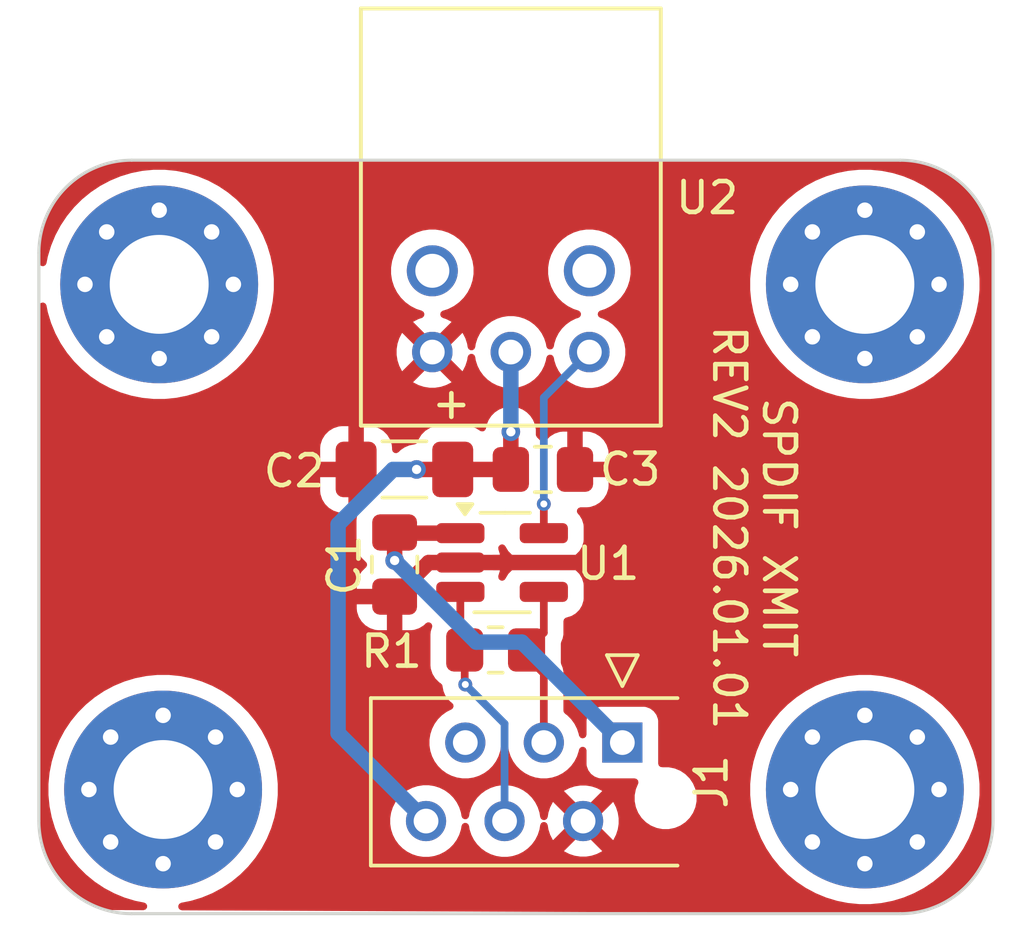
<source format=kicad_pcb>
(kicad_pcb (version 20241229) (generator "pcbnew") (generator_version "9.0")
  (layers (0 "F.Cu" signal) (2 "B.Cu" signal) (13 "F.Paste" user) (15 "B.Paste" user) (5 "F.SilkS" user "F.Silkscreen") (7 "B.SilkS" user "B.Silkscreen") (1 "F.Mask" user) (3 "B.Mask" user) (25 "Edge.Cuts" user))
  (net 0 "")
  (net 1 "GND")
  (net 2 "+5V")
  (net 3 "+3V3")
  (net 4 "/SPDIF+")
  (net 5 "/SPDIF-")
  (net 7 "Net-(U1-ROUT)")
  (footprint "Package_TO_SOT_SMD:SOT-23-5_HandSoldering" (layer "F.Cu") (at 154.0472 127.066)
    (property "Reference" "U1" (at 3.4328 0.0356 0) (layer "F.SilkS"))
    (property "Value" "FIN1002")
    (fp_line (start -0.9 1.61) (end 0.9 1.61) (stroke (width 0.12)) (layer "F.SilkS"))
    (fp_line (start 0.1 -1.61) (end -0.7 -1.61) (stroke (width 0.12)) (layer "F.SilkS"))
    (fp_line (start 0.1 -1.61) (end 0.9 -1.61) (stroke (width 0.12)) (layer "F.SilkS"))
    (fp_poly (pts (xy -1.2 -1.56) (xy -1.44 -1.89) (xy -0.96 -1.89) (xy -1.2 -1.56)) (stroke (width 0.12)) (fill yes) (layer "F.SilkS"))
    (pad "1" smd roundrect (at -1.35 -0.95) (size 1.56 0.65) (layers "F.Cu" "F.Mask" "F.Paste") (net 3 "+3V3"))
    (pad "2" smd roundrect (at -1.35 0) (size 1.56 0.65) (layers "F.Cu" "F.Mask" "F.Paste") (net 1 "GND"))
    (pad "3" smd roundrect (at -1.35 0.95) (size 1.56 0.65) (layers "F.Cu" "F.Mask" "F.Paste") (net 4 "/SPDIF+"))
    (pad "4" smd roundrect (at 1.35 0.95) (size 1.56 0.65) (layers "F.Cu" "F.Mask" "F.Paste") (net 5 "/SPDIF-"))
    (pad "5" smd roundrect (at 1.35 -0.95) (size 1.56 0.65) (layers "F.Cu" "F.Mask" "F.Paste") (net 7 "Net-(U1-ROUT)"))
  )
  (footprint "Connector_TE-Connectivity:TE_Micro-MaTch_215079-6_2x03_P1.27mm_Vertical" (layer "F.Cu") (at 157.9372 132.8928 -90)
    (property "Reference" "J1" (at 1.27 -2.88 90) (layer "F.SilkS"))
    (property "Value" "TE MicroMatch")
    (fp_line (start -1.44 8.135) (end 3.98 8.135) (stroke (width 0.12)) (layer "F.SilkS"))
    (fp_line (start 3.98 8.135) (end 3.98 -1.785) (stroke (width 0.12)) (layer "F.SilkS"))
    (fp_line (start -2.83 0.5) (end -2.83 -0.5) (stroke (width 0.12)) (layer "F.SilkS"))
    (fp_line (start -1.83 0) (end -2.83 0.5) (stroke (width 0.12)) (layer "F.SilkS"))
    (fp_line (start -2.83 -0.5) (end -1.83 0) (stroke (width 0.12)) (layer "F.SilkS"))
    (fp_line (start -1.44 -1.785) (end -1.44 8.135) (stroke (width 0.12)) (layer "F.SilkS"))
    (pad "" np_thru_hole circle (at 1.8 -1.4 270) (size 1.5 1.5) (drill 1.5) (layers "*.Cu" "*.Mask"))
    (pad "1" thru_hole rect (at 0 0 270) (size 1.3 1.3) (drill 0.8) (layers "*.Cu" "*.Mask") (net 3 "+3V3"))
    (pad "2" thru_hole circle (at 2.54 1.27 270) (size 1.3 1.3) (drill 0.8) (layers "*.Cu" "*.Mask") (net 1 "GND"))
    (pad "3" thru_hole circle (at 0 2.54 270) (size 1.3 1.3) (drill 0.8) (layers "*.Cu" "*.Mask") (net 5 "/SPDIF-"))
    (pad "4" thru_hole circle (at 2.54 3.81 270) (size 1.3 1.3) (drill 0.8) (layers "*.Cu" "*.Mask") (net 4 "/SPDIF+"))
    (pad "5" thru_hole circle (at 0 5.08 270) (size 1.3 1.3) (drill 0.8) (layers "*.Cu" "*.Mask"))
    (pad "6" thru_hole circle (at 2.54 6.35 270) (size 1.3 1.3) (drill 0.8) (layers "*.Cu" "*.Mask") (net 2 "+5V"))
  )
  (footprint "kicad-snk:PLR135-T10_PLT133-T10W" (layer "F.Cu") (at 154.3304 117.6248)
    (property "Reference" "U2" (at 6.35 -2.3596 0) (layer "F.SilkS"))
    (property "Value" "PLT237/T10WH")
    (fp_line (start -4.85 -8.49) (end -4.85 5.01) (stroke (width 0.127)) (layer "F.SilkS"))
    (fp_line (start 4.85 -8.49) (end -4.85 -8.49) (stroke (width 0.127)) (layer "F.SilkS"))
    (fp_line (start 4.85 -8.49) (end 4.85 5.01) (stroke (width 0.127)) (layer "F.SilkS"))
    (fp_line (start 4.85 5.01) (end -4.85 5.01) (stroke (width 0.127)) (layer "F.SilkS"))
    (pad "1" thru_hole circle (at 2.54 2.63) (size 1.308 1.308) (drill 0.8) (layers "*.Cu" "*.Mask") (net 7 "Net-(U1-ROUT)"))
    (pad "2" thru_hole circle (at 0 2.63) (size 1.308 1.308) (drill 0.8) (layers "*.Cu" "*.Mask") (net 2 "+5V"))
    (pad "3" thru_hole circle (at -2.54 2.63) (size 1.308 1.308) (drill 0.8) (layers "*.Cu" "*.Mask") (net 1 "GND"))
    (pad "NC1" thru_hole circle (at 2.54 0) (size 1.65 1.65) (drill 1.1) (layers "*.Cu" "*.Mask"))
    (pad "NC2" thru_hole circle (at -2.54 0) (size 1.65 1.65) (drill 1.1) (layers "*.Cu" "*.Mask"))
  )
  (footprint "Capacitor_SMD:C_0805_2012Metric_Pad1.18x1.45mm_HandSolder" (layer "F.Cu") (at 155.3679 124.0536)
    (property "Reference" "C3" (at 2.8233 0 0) (layer "F.SilkS"))
    (property "Value" "1uF/50V")
    (fp_line (start -0.261252 -0.735) (end 0.261252 -0.735) (stroke (width 0.12)) (layer "F.SilkS"))
    (fp_line (start -0.261252 0.735) (end 0.261252 0.735) (stroke (width 0.12)) (layer "F.SilkS"))
    (pad "1" smd roundrect (at -1.0375 0) (size 1.175 1.45) (layers "F.Cu" "F.Mask" "F.Paste") (roundrect_rratio 0.212766) (net 2 "+5V"))
    (pad "2" smd roundrect (at 1.0375 0) (size 1.175 1.45) (layers "F.Cu" "F.Mask" "F.Paste") (roundrect_rratio 0.212766) (net 1 "GND"))
  )
  (footprint "MountingHole:MountingHole_3.2mm_M3_Pad_Via" (layer "F.Cu") (at 143.082944 134.412056)
    (property "Reference" "H3" (hide yes))
    (property "Value" "MountingHole")
    (pad "1" thru_hole circle (at -2.4 0) (size 0.8 0.8) (drill 0.5) (layers "*.Cu" "*.Mask"))
    (pad "1" thru_hole circle (at -1.697056 -1.697056) (size 0.8 0.8) (drill 0.5) (layers "*.Cu" "*.Mask"))
    (pad "1" thru_hole circle (at -1.697056 1.697056) (size 0.8 0.8) (drill 0.5) (layers "*.Cu" "*.Mask"))
    (pad "1" thru_hole circle (at 0 -2.4) (size 0.8 0.8) (drill 0.5) (layers "*.Cu" "*.Mask"))
    (pad "1" thru_hole circle (at 0 0) (size 6.4 6.4) (drill 3.2) (layers "*.Cu" "*.Mask"))
    (pad "1" thru_hole circle (at 0 2.4) (size 0.8 0.8) (drill 0.5) (layers "*.Cu" "*.Mask"))
    (pad "1" thru_hole circle (at 1.697056 -1.697056) (size 0.8 0.8) (drill 0.5) (layers "*.Cu" "*.Mask"))
    (pad "1" thru_hole circle (at 1.697056 1.697056) (size 0.8 0.8) (drill 0.5) (layers "*.Cu" "*.Mask"))
    (pad "1" thru_hole circle (at 2.4 0) (size 0.8 0.8) (drill 0.5) (layers "*.Cu" "*.Mask"))
  )
  (footprint "Resistor_SMD:R_0805_2012Metric_Pad1.20x1.40mm_HandSolder" (layer "F.Cu") (at 153.8384 129.8956 180)
    (property "Reference" "R1" (at 3.3688 -0.0508 0) (layer "F.SilkS"))
    (property "Value" "100R")
    (fp_line (start -0.227064 0.735) (end 0.227064 0.735) (stroke (width 0.12)) (layer "F.SilkS"))
    (fp_line (start -0.227064 -0.735) (end 0.227064 -0.735) (stroke (width 0.12)) (layer "F.SilkS"))
    (pad "1" smd roundrect (at -1 0 180) (size 1.2 1.4) (layers "F.Cu" "F.Mask" "F.Paste") (roundrect_rratio 0.208333) (net 5 "/SPDIF-"))
    (pad "2" smd roundrect (at 1 0 180) (size 1.2 1.4) (layers "F.Cu" "F.Mask" "F.Paste") (roundrect_rratio 0.208333) (net 4 "/SPDIF+"))
  )
  (footprint "MountingHole:MountingHole_3.2mm_M3_Pad_Via" (layer "F.Cu") (at 165.781056 118.063944)
    (property "Reference" "H2" (hide yes))
    (property "Value" "MountingHole")
    (pad "1" thru_hole circle (at -2.4 0) (size 0.8 0.8) (drill 0.5) (layers "*.Cu" "*.Mask"))
    (pad "1" thru_hole circle (at -1.697056 -1.697056) (size 0.8 0.8) (drill 0.5) (layers "*.Cu" "*.Mask"))
    (pad "1" thru_hole circle (at -1.697056 1.697056) (size 0.8 0.8) (drill 0.5) (layers "*.Cu" "*.Mask"))
    (pad "1" thru_hole circle (at 0 -2.4) (size 0.8 0.8) (drill 0.5) (layers "*.Cu" "*.Mask"))
    (pad "1" thru_hole circle (at 0 0) (size 6.4 6.4) (drill 3.2) (layers "*.Cu" "*.Mask"))
    (pad "1" thru_hole circle (at 0 2.4) (size 0.8 0.8) (drill 0.5) (layers "*.Cu" "*.Mask"))
    (pad "1" thru_hole circle (at 1.697056 -1.697056) (size 0.8 0.8) (drill 0.5) (layers "*.Cu" "*.Mask"))
    (pad "1" thru_hole circle (at 1.697056 1.697056) (size 0.8 0.8) (drill 0.5) (layers "*.Cu" "*.Mask"))
    (pad "1" thru_hole circle (at 2.4 0) (size 0.8 0.8) (drill 0.5) (layers "*.Cu" "*.Mask"))
  )
  (footprint "MountingHole:MountingHole_3.2mm_M3_Pad_Via" (layer "F.Cu") (at 142.955944 118.063944)
    (property "Reference" "H1" (hide yes))
    (property "Value" "MountingHole")
    (pad "1" thru_hole circle (at -2.4 0) (size 0.8 0.8) (drill 0.5) (layers "*.Cu" "*.Mask"))
    (pad "1" thru_hole circle (at -1.697056 -1.697056) (size 0.8 0.8) (drill 0.5) (layers "*.Cu" "*.Mask"))
    (pad "1" thru_hole circle (at -1.697056 1.697056) (size 0.8 0.8) (drill 0.5) (layers "*.Cu" "*.Mask"))
    (pad "1" thru_hole circle (at 0 -2.4) (size 0.8 0.8) (drill 0.5) (layers "*.Cu" "*.Mask"))
    (pad "1" thru_hole circle (at 0 0) (size 6.4 6.4) (drill 3.2) (layers "*.Cu" "*.Mask"))
    (pad "1" thru_hole circle (at 0 2.4) (size 0.8 0.8) (drill 0.5) (layers "*.Cu" "*.Mask"))
    (pad "1" thru_hole circle (at 1.697056 -1.697056) (size 0.8 0.8) (drill 0.5) (layers "*.Cu" "*.Mask"))
    (pad "1" thru_hole circle (at 1.697056 1.697056) (size 0.8 0.8) (drill 0.5) (layers "*.Cu" "*.Mask"))
    (pad "1" thru_hole circle (at 2.4 0) (size 0.8 0.8) (drill 0.5) (layers "*.Cu" "*.Mask"))
  )
  (footprint "MountingHole:MountingHole_3.2mm_M3_Pad_Via" (layer "F.Cu") (at 165.781056 134.412056)
    (property "Reference" "H4" (hide yes))
    (property "Value" "MountingHole")
    (pad "1" thru_hole circle (at -2.4 0) (size 0.8 0.8) (drill 0.5) (layers "*.Cu" "*.Mask"))
    (pad "1" thru_hole circle (at -1.697056 -1.697056) (size 0.8 0.8) (drill 0.5) (layers "*.Cu" "*.Mask"))
    (pad "1" thru_hole circle (at -1.697056 1.697056) (size 0.8 0.8) (drill 0.5) (layers "*.Cu" "*.Mask"))
    (pad "1" thru_hole circle (at 0 -2.4) (size 0.8 0.8) (drill 0.5) (layers "*.Cu" "*.Mask"))
    (pad "1" thru_hole circle (at 0 0) (size 6.4 6.4) (drill 3.2) (layers "*.Cu" "*.Mask"))
    (pad "1" thru_hole circle (at 0 2.4) (size 0.8 0.8) (drill 0.5) (layers "*.Cu" "*.Mask"))
    (pad "1" thru_hole circle (at 1.697056 -1.697056) (size 0.8 0.8) (drill 0.5) (layers "*.Cu" "*.Mask"))
    (pad "1" thru_hole circle (at 1.697056 1.697056) (size 0.8 0.8) (drill 0.5) (layers "*.Cu" "*.Mask"))
    (pad "1" thru_hole circle (at 2.4 0) (size 0.8 0.8) (drill 0.5) (layers "*.Cu" "*.Mask"))
  )
  (footprint "Capacitor_SMD:C_1206_3216Metric_Pad1.33x1.80mm_HandSolder" (layer "F.Cu") (at 150.8883 124.0536 180)
    (property "Reference" "C2" (at 3.5683 -0.0508 0) (layer "F.SilkS"))
    (property "Value" "47uF/6.3V")
    (fp_line (start -0.711252 0.91) (end 0.711252 0.91) (stroke (width 0.12)) (layer "F.SilkS"))
    (fp_line (start -0.711252 -0.91) (end 0.711252 -0.91) (stroke (width 0.12)) (layer "F.SilkS"))
    (pad "1" smd roundrect (at -1.5625 0 180) (size 1.325 1.8) (layers "F.Cu" "F.Mask" "F.Paste") (roundrect_rratio 0.188679) (net 2 "+5V"))
    (pad "2" smd roundrect (at 1.5625 0 180) (size 1.325 1.8) (layers "F.Cu" "F.Mask" "F.Paste") (roundrect_rratio 0.188679) (net 1 "GND"))
  )
  (footprint "Capacitor_SMD:C_0805_2012Metric_Pad1.18x1.45mm_HandSolder" (layer "F.Cu") (at 150.5712 127.1309 -90)
    (property "Reference" "C1" (at 0.0215 1.6256 90) (layer "F.SilkS"))
    (property "Value" "1uF/50V")
    (fp_line (start -0.261252 0.735) (end 0.261252 0.735) (stroke (width 0.12)) (layer "F.SilkS"))
    (fp_line (start -0.261252 -0.735) (end 0.261252 -0.735) (stroke (width 0.12)) (layer "F.SilkS"))
    (pad "1" smd roundrect (at -1.0375 0 270) (size 1.175 1.45) (layers "F.Cu" "F.Mask" "F.Paste") (roundrect_rratio 0.212766) (net 3 "+3V3"))
    (pad "2" smd roundrect (at 1.0375 0 270) (size 1.175 1.45) (layers "F.Cu" "F.Mask" "F.Paste") (roundrect_rratio 0.212766) (net 1 "GND"))
  )
  (gr_line (start 142.065 114.046) (end 166.926 114.046) (stroke (width 0.1)) (layer "Edge.Cuts"))
  (gr_arc (start 169.926 135.43) (mid 169.04732 137.55132) (end 166.926 138.43) (stroke (width 0.1)) (layer "Edge.Cuts"))
  (gr_line (start 169.926 117.046) (end 169.926 135.43) (stroke (width 0.1)) (layer "Edge.Cuts"))
  (gr_arc (start 166.926 114.046) (mid 169.04732 114.92468) (end 169.926 117.046) (stroke (width 0.1)) (layer "Edge.Cuts"))
  (gr_arc (start 142.065 138.43) (mid 139.94368 137.55132) (end 139.065 135.43) (stroke (width 0.1)) (layer "Edge.Cuts"))
  (gr_arc (start 139.065 117.046) (mid 139.94368 114.92468) (end 142.065 114.046) (stroke (width 0.1)) (layer "Edge.Cuts"))
  (gr_line (start 166.926 138.43) (end 142.065 138.43) (stroke (width 0.1)) (layer "Edge.Cuts"))
  (gr_line (start 139.065 135.43) (end 139.065 117.046) (stroke (width 0.1)) (layer "Edge.Cuts"))
  (gr_text "SPDIF XMIT\nREV2 2026.01.01" (at 162.2044 125.9332 270) (layer "F.SilkS") (effects (font (size 1 1))))
  (gr_text "+" (at 151.6888 122.4788 0) (layer "F.SilkS") (effects (font (size 1 1)) (justify left bottom)))
  (segment (start 152.6972 127.066) (end 151.6736 127.066) (width 0.5) (layer "F.Cu") (net 1))
  (segment (start 151.6736 127.066) (end 150.5712 128.1684) (width 0.5) (layer "F.Cu") (net 1))
  (segment (start 157.6984 127.066) (end 157.734 127.1016) (width 0.5) (layer "F.Cu") (net 1))
  (segment (start 152.6972 127.066) (end 157.6984 127.066) (width 0.5) (layer "F.Cu") (net 1))
  (segment (start 154.3304 124.0536) (end 152.4508 124.0536) (width 0.5) (layer "F.Cu") (net 2))
  (segment (start 152.4508 124.0536) (end 151.2824 124.0536) (width 0.5) (layer "F.Cu") (net 2))
  (segment (start 154.3304 124.0536) (end 154.3304 122.8344) (width 0.5) (layer "F.Cu") (net 2))
  (via (at 154.3304 122.8344) (size 0.6) (drill 0.3) (layers "F.Cu" "B.Cu") (net 2))
  (via (at 151.2824 124.0536) (size 0.6) (drill 0.3) (layers "F.Cu" "B.Cu") (net 2))
  (segment (start 154.3304 122.8344) (end 154.3304 120.2548) (width 0.5) (layer "B.Cu") (net 2))
  (segment (start 148.7424 125.8316) (end 148.7424 132.588) (width 0.5) (layer "B.Cu") (net 2))
  (segment (start 148.7424 132.588) (end 151.5872 135.4328) (width 0.5) (layer "B.Cu") (net 2))
  (segment (start 150.5204 124.0536) (end 148.7424 125.8316) (width 0.5) (layer "B.Cu") (net 2))
  (segment (start 151.2824 124.0536) (end 150.5204 124.0536) (width 0.5) (layer "B.Cu") (net 2))
  (segment (start 150.5938 126.116) (end 150.5712 126.0934) (width 0.5) (layer "F.Cu") (net 3))
  (segment (start 150.5712 126.0934) (end 150.5712 127) (width 0.5) (layer "F.Cu") (net 3))
  (segment (start 152.6972 126.116) (end 150.5938 126.116) (width 0.5) (layer "F.Cu") (net 3))
  (via (at 150.5712 127) (size 0.6) (drill 0.3) (layers "F.Cu" "B.Cu") (net 3))
  (segment (start 154.686 129.6416) (end 157.9372 132.8928) (width 0.5) (layer "B.Cu") (net 3))
  (segment (start 150.5712 127) (end 153.2128 129.6416) (width 0.5) (layer "B.Cu") (net 3))
  (segment (start 153.2128 129.6416) (end 154.686 129.6416) (width 0.5) (layer "B.Cu") (net 3))
  (segment (start 152.6972 129.7544) (end 152.8384 129.8956) (width 0.25) (layer "F.Cu") (net 4))
  (segment (start 152.8384 129.8956) (end 152.8384 130.9944) (width 0.25) (layer "F.Cu") (net 4))
  (segment (start 152.6972 128.016) (end 152.6972 129.7544) (width 0.25) (layer "F.Cu") (net 4))
  (segment (start 152.8384 130.9944) (end 152.8572 131.0132) (width 0.25) (layer "F.Cu") (net 4))
  (via (at 152.8572 131.0132) (size 0.45) (drill 0.225) (layers "F.Cu" "B.Cu") (net 4))
  (segment (start 154.1272 132.2832) (end 152.8572 131.0132) (width 0.25) (layer "B.Cu") (net 4))
  (segment (start 154.1272 135.4328) (end 154.1272 132.2832) (width 0.25) (layer "B.Cu") (net 4))
  (segment (start 154.8384 129.8956) (end 154.8384 130.0988) (width 0.25) (layer "F.Cu") (net 5))
  (segment (start 154.8384 130.0988) (end 155.3972 130.6576) (width 0.25) (layer "F.Cu") (net 5))
  (segment (start 155.3972 128.016) (end 155.3972 129.3368) (width 0.25) (layer "F.Cu") (net 5))
  (segment (start 155.3972 129.3368) (end 154.8384 129.8956) (width 0.25) (layer "F.Cu") (net 5))
  (segment (start 155.3972 130.6576) (end 155.3972 132.8928) (width 0.25) (layer "F.Cu") (net 5))
  (segment (start 155.3972 126.116) (end 155.3972 125.1712) (width 0.25) (layer "F.Cu") (net 7))
  (via (at 155.3972 125.1712) (size 0.45) (drill 0.225) (layers "F.Cu" "B.Cu") (net 7))
  (segment (start 155.3972 121.728) (end 156.8704 120.2548) (width 0.25) (layer "B.Cu") (net 7))
  (segment (start 155.3972 125.1712) (end 155.3972 121.728) (width 0.25) (layer "B.Cu") (net 7))
  (zone (net 1) (net_name "GND") (layer "F.Cu") (connect_pads (clearance 0.508)) (min_thickness 0.25) (fill yes (thermal_gap 0.5) (thermal_bridge_width 0.5))
    (polygon (pts (xy 139.065 114.046) (xy 169.926 114.046) (xy 169.926 138.43) (xy 139.065 138.303)))
  )
)
</source>
